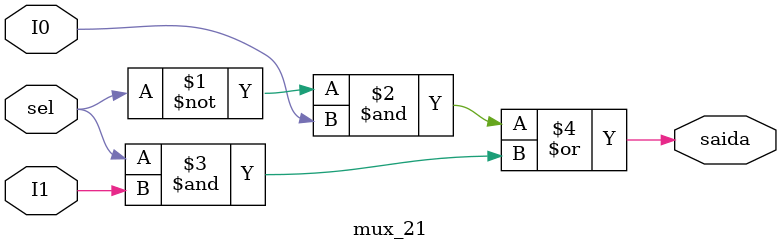
<source format=v>
module mux_21(I0,I1,sel,saida);

	input I0,I1,sel;
	output saida;
	assign saida = (~sel & I0) | (sel & I1);
	
endmodule

</source>
